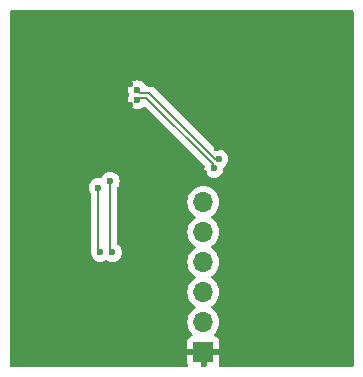
<source format=gbr>
%TF.GenerationSoftware,KiCad,Pcbnew,8.0.4+dfsg-1*%
%TF.CreationDate,2024-12-23T16:35:55+01:00*%
%TF.ProjectId,CMIO-DSI-Adapter,434d494f-2d44-4534-992d-416461707465,rev?*%
%TF.SameCoordinates,Original*%
%TF.FileFunction,Copper,L2,Bot*%
%TF.FilePolarity,Positive*%
%FSLAX46Y46*%
G04 Gerber Fmt 4.6, Leading zero omitted, Abs format (unit mm)*
G04 Created by KiCad (PCBNEW 8.0.4+dfsg-1) date 2024-12-23 16:35:55*
%MOMM*%
%LPD*%
G01*
G04 APERTURE LIST*
%TA.AperFunction,ComponentPad*%
%ADD10O,1.700000X1.700000*%
%TD*%
%TA.AperFunction,ComponentPad*%
%ADD11R,1.700000X1.700000*%
%TD*%
%TA.AperFunction,ViaPad*%
%ADD12C,0.600000*%
%TD*%
%TA.AperFunction,Conductor*%
%ADD13C,0.200000*%
%TD*%
G04 APERTURE END LIST*
D10*
%TO.P,J3,6,Pin_6*%
%TO.N,/SCL*%
X31181809Y-29250000D03*
%TO.P,J3,5,Pin_5*%
%TO.N,/SDA*%
X31181809Y-31790000D03*
%TO.P,J3,4,Pin_4*%
%TO.N,/RESET*%
X31181809Y-34330000D03*
%TO.P,J3,3,Pin_3*%
%TO.N,/LEDA*%
X31181809Y-36870000D03*
%TO.P,J3,2,Pin_2*%
%TO.N,/VCC*%
X31181809Y-39410000D03*
D11*
%TO.P,J3,1,Pin_1*%
%TO.N,/GND*%
X31181809Y-41950000D03*
%TD*%
D12*
%TO.N,/GND*%
X36250000Y-15000000D03*
X38000000Y-15000000D03*
X39750000Y-15000000D03*
X41500000Y-15000000D03*
X41500000Y-36000000D03*
X39750000Y-36000000D03*
X38000000Y-36000000D03*
X36250000Y-37750000D03*
X34750000Y-39500000D03*
X33000000Y-41250000D03*
X22250000Y-39500000D03*
X24000000Y-41250000D03*
X20500000Y-37750000D03*
X18750000Y-36000000D03*
X25000000Y-19250000D03*
X15250000Y-21750000D03*
X15250000Y-27000000D03*
X15250000Y-20250000D03*
X15250000Y-30500000D03*
X15250000Y-16750000D03*
X15250000Y-18500000D03*
X15250000Y-23500000D03*
X15250000Y-36000000D03*
X15250000Y-37750000D03*
X15250000Y-39500000D03*
X15250000Y-41250000D03*
X15250000Y-15000000D03*
X15250000Y-34250000D03*
X15250000Y-25250000D03*
X15250000Y-28750000D03*
X15250000Y-32500000D03*
X43250000Y-23500000D03*
X43250000Y-28750000D03*
X43250000Y-22000000D03*
X43250000Y-32250000D03*
X43250000Y-18500000D03*
X43250000Y-15000000D03*
X43250000Y-20250000D03*
X43250000Y-25250000D03*
X43250000Y-37750000D03*
X43250000Y-39500000D03*
X43250000Y-41250000D03*
X43250000Y-16750000D03*
X43250000Y-36000000D03*
X43250000Y-27000000D03*
X43250000Y-30500000D03*
X43250000Y-34250000D03*
X34750000Y-13250000D03*
X29500000Y-13250000D03*
X36250000Y-13250000D03*
X26000000Y-13250000D03*
X39750000Y-13250000D03*
X43250000Y-13250000D03*
X38000000Y-13250000D03*
X33000000Y-13250000D03*
X20500000Y-13250000D03*
X18750000Y-13250000D03*
X17000000Y-13250000D03*
X15250000Y-13250000D03*
X41500000Y-13250000D03*
X22250000Y-13250000D03*
X31250000Y-13250000D03*
X27750000Y-13250000D03*
X24000000Y-13250000D03*
X41500000Y-43000000D03*
X39750000Y-43000000D03*
X38000000Y-43000000D03*
X36250000Y-43000000D03*
X43250000Y-43000000D03*
X31250000Y-43000000D03*
X29500000Y-43000000D03*
X27750000Y-43000000D03*
X26000000Y-43000000D03*
X33000000Y-43000000D03*
X34750000Y-43000000D03*
X24000000Y-43000000D03*
X22250000Y-43000000D03*
X20500000Y-43000000D03*
X18750000Y-43000000D03*
X17000000Y-43000000D03*
X15250000Y-43000000D03*
X24934358Y-21043762D03*
X26750000Y-19250000D03*
X31250000Y-26750000D03*
X32300000Y-24700000D03*
X33700000Y-24750000D03*
X33000000Y-27500000D03*
%TO.N,/D0P*%
X25600000Y-20600000D03*
X32081288Y-26400521D03*
%TO.N,/D0N*%
X32500000Y-25600000D03*
%TO.N,/CAM_GPIO0*%
X23490904Y-33509095D03*
%TO.N,/CAM_GPIO1*%
X22449997Y-33499999D03*
X22293936Y-28025000D03*
%TO.N,/CAM_GPIO0*%
X23293936Y-27499999D03*
%TO.N,/D0N*%
X25600000Y-19750000D03*
%TD*%
D13*
%TO.N,/CAM_GPIO0*%
X23293936Y-27499999D02*
X23293936Y-33312127D01*
X23293936Y-33312127D02*
X23490904Y-33509095D01*
%TO.N,/D0N*%
X32500000Y-25600000D02*
X32200008Y-25600000D01*
X32200008Y-25600000D02*
X26600007Y-19999999D01*
X25849999Y-19999999D02*
X25600000Y-19750000D01*
X26600007Y-19999999D02*
X25849999Y-19999999D01*
%TO.N,/D0P*%
X25600000Y-20600000D02*
X25799999Y-20400001D01*
X25799999Y-20400001D02*
X26084603Y-20400001D01*
X32081288Y-26117678D02*
X32081288Y-26400521D01*
X26084603Y-20400001D02*
X26084605Y-20399999D01*
X26084605Y-20399999D02*
X26363609Y-20399999D01*
X26363609Y-20399999D02*
X32081288Y-26117678D01*
%TO.N,/CAM_GPIO1*%
X22493936Y-33499999D02*
X22293936Y-33299999D01*
X22293936Y-33299999D02*
X22293936Y-28025000D01*
%TD*%
%TA.AperFunction,Conductor*%
%TO.N,/GND*%
G36*
X43842539Y-13020185D02*
G01*
X43888294Y-13072989D01*
X43899500Y-13124500D01*
X43899500Y-43075500D01*
X43879815Y-43142539D01*
X43827011Y-43188294D01*
X43775500Y-43199500D01*
X32595045Y-43199500D01*
X32528006Y-43179815D01*
X32482251Y-43127011D01*
X32472307Y-43057853D01*
X32478863Y-43032167D01*
X32525405Y-42907379D01*
X32525407Y-42907372D01*
X32531808Y-42847844D01*
X32531809Y-42847827D01*
X32531809Y-42200000D01*
X31614821Y-42200000D01*
X31647734Y-42142993D01*
X31681809Y-42015826D01*
X31681809Y-41884174D01*
X31647734Y-41757007D01*
X31614821Y-41700000D01*
X32531809Y-41700000D01*
X32531809Y-41052172D01*
X32531808Y-41052155D01*
X32525407Y-40992627D01*
X32525405Y-40992620D01*
X32475163Y-40857913D01*
X32475159Y-40857906D01*
X32388999Y-40742812D01*
X32388996Y-40742809D01*
X32273902Y-40656649D01*
X32273897Y-40656646D01*
X32142337Y-40607577D01*
X32086404Y-40565705D01*
X32061987Y-40500241D01*
X32076839Y-40431968D01*
X32097984Y-40403720D01*
X32220304Y-40281401D01*
X32355844Y-40087830D01*
X32455712Y-39873663D01*
X32516872Y-39645408D01*
X32537468Y-39410000D01*
X32516872Y-39174592D01*
X32455712Y-38946337D01*
X32355844Y-38732171D01*
X32220304Y-38538599D01*
X32220303Y-38538597D01*
X32053211Y-38371506D01*
X32053205Y-38371501D01*
X31867651Y-38241575D01*
X31824026Y-38186998D01*
X31816832Y-38117500D01*
X31848355Y-38055145D01*
X31867651Y-38038425D01*
X31889835Y-38022891D01*
X32053210Y-37908495D01*
X32220304Y-37741401D01*
X32355844Y-37547830D01*
X32455712Y-37333663D01*
X32516872Y-37105408D01*
X32537468Y-36870000D01*
X32516872Y-36634592D01*
X32455712Y-36406337D01*
X32355844Y-36192171D01*
X32220304Y-35998599D01*
X32220303Y-35998597D01*
X32053211Y-35831506D01*
X32053205Y-35831501D01*
X31867651Y-35701575D01*
X31824026Y-35646998D01*
X31816832Y-35577500D01*
X31848355Y-35515145D01*
X31867651Y-35498425D01*
X31889835Y-35482891D01*
X32053210Y-35368495D01*
X32220304Y-35201401D01*
X32355844Y-35007830D01*
X32455712Y-34793663D01*
X32516872Y-34565408D01*
X32537468Y-34330000D01*
X32516872Y-34094592D01*
X32455712Y-33866337D01*
X32355844Y-33652171D01*
X32249293Y-33499999D01*
X32220303Y-33458597D01*
X32053211Y-33291506D01*
X32053205Y-33291501D01*
X31867651Y-33161575D01*
X31824026Y-33106998D01*
X31816832Y-33037500D01*
X31848355Y-32975145D01*
X31867651Y-32958425D01*
X31980683Y-32879279D01*
X32053210Y-32828495D01*
X32220304Y-32661401D01*
X32355844Y-32467830D01*
X32455712Y-32253663D01*
X32516872Y-32025408D01*
X32537468Y-31790000D01*
X32516872Y-31554592D01*
X32455712Y-31326337D01*
X32355844Y-31112171D01*
X32220304Y-30918599D01*
X32220303Y-30918597D01*
X32053211Y-30751506D01*
X32053205Y-30751501D01*
X31867651Y-30621575D01*
X31824026Y-30566998D01*
X31816832Y-30497500D01*
X31848355Y-30435145D01*
X31867651Y-30418425D01*
X31889835Y-30402891D01*
X32053210Y-30288495D01*
X32220304Y-30121401D01*
X32355844Y-29927830D01*
X32455712Y-29713663D01*
X32516872Y-29485408D01*
X32537468Y-29250000D01*
X32516872Y-29014592D01*
X32455712Y-28786337D01*
X32355844Y-28572171D01*
X32324400Y-28527263D01*
X32220303Y-28378597D01*
X32053211Y-28211506D01*
X32053204Y-28211501D01*
X32042854Y-28204254D01*
X32014330Y-28184281D01*
X31859643Y-28075967D01*
X31859639Y-28075965D01*
X31859637Y-28075964D01*
X31645472Y-27976097D01*
X31645468Y-27976096D01*
X31645464Y-27976094D01*
X31417222Y-27914938D01*
X31417212Y-27914936D01*
X31181810Y-27894341D01*
X31181808Y-27894341D01*
X30946405Y-27914936D01*
X30946395Y-27914938D01*
X30718153Y-27976094D01*
X30718144Y-27976098D01*
X30503980Y-28075964D01*
X30503978Y-28075965D01*
X30310406Y-28211505D01*
X30143314Y-28378597D01*
X30007774Y-28572169D01*
X30007773Y-28572171D01*
X29907907Y-28786335D01*
X29907903Y-28786344D01*
X29846747Y-29014586D01*
X29846745Y-29014596D01*
X29826150Y-29249999D01*
X29826150Y-29250000D01*
X29846745Y-29485403D01*
X29846747Y-29485413D01*
X29907903Y-29713655D01*
X29907905Y-29713659D01*
X29907906Y-29713663D01*
X30007774Y-29927830D01*
X30007776Y-29927834D01*
X30143310Y-30121395D01*
X30143315Y-30121402D01*
X30310406Y-30288493D01*
X30310412Y-30288498D01*
X30495967Y-30418425D01*
X30539592Y-30473002D01*
X30546786Y-30542500D01*
X30515263Y-30604855D01*
X30495967Y-30621575D01*
X30310406Y-30751505D01*
X30143314Y-30918597D01*
X30007774Y-31112169D01*
X30007773Y-31112171D01*
X29907907Y-31326335D01*
X29907903Y-31326344D01*
X29846747Y-31554586D01*
X29846745Y-31554596D01*
X29826150Y-31789999D01*
X29826150Y-31790000D01*
X29846745Y-32025403D01*
X29846747Y-32025413D01*
X29907903Y-32253655D01*
X29907905Y-32253659D01*
X29907906Y-32253663D01*
X30007774Y-32467830D01*
X30007776Y-32467834D01*
X30143310Y-32661395D01*
X30143315Y-32661402D01*
X30310406Y-32828493D01*
X30310412Y-32828498D01*
X30495967Y-32958425D01*
X30539592Y-33013002D01*
X30546786Y-33082500D01*
X30515263Y-33144855D01*
X30495967Y-33161575D01*
X30310406Y-33291505D01*
X30143314Y-33458597D01*
X30007774Y-33652169D01*
X30007773Y-33652171D01*
X29907907Y-33866335D01*
X29907903Y-33866344D01*
X29846747Y-34094586D01*
X29846745Y-34094596D01*
X29826150Y-34329999D01*
X29826150Y-34330000D01*
X29846745Y-34565403D01*
X29846747Y-34565413D01*
X29907903Y-34793655D01*
X29907905Y-34793659D01*
X29907906Y-34793663D01*
X30007774Y-35007830D01*
X30007776Y-35007834D01*
X30143310Y-35201395D01*
X30143315Y-35201402D01*
X30310406Y-35368493D01*
X30310412Y-35368498D01*
X30495967Y-35498425D01*
X30539592Y-35553002D01*
X30546786Y-35622500D01*
X30515263Y-35684855D01*
X30495967Y-35701575D01*
X30310406Y-35831505D01*
X30143314Y-35998597D01*
X30007774Y-36192169D01*
X30007773Y-36192171D01*
X29907907Y-36406335D01*
X29907903Y-36406344D01*
X29846747Y-36634586D01*
X29846745Y-36634596D01*
X29826150Y-36869999D01*
X29826150Y-36870000D01*
X29846745Y-37105403D01*
X29846747Y-37105413D01*
X29907903Y-37333655D01*
X29907905Y-37333659D01*
X29907906Y-37333663D01*
X30007774Y-37547830D01*
X30007776Y-37547834D01*
X30143310Y-37741395D01*
X30143315Y-37741402D01*
X30310406Y-37908493D01*
X30310412Y-37908498D01*
X30495967Y-38038425D01*
X30539592Y-38093002D01*
X30546786Y-38162500D01*
X30515263Y-38224855D01*
X30495967Y-38241575D01*
X30310406Y-38371505D01*
X30143314Y-38538597D01*
X30007774Y-38732169D01*
X30007773Y-38732171D01*
X29907907Y-38946335D01*
X29907903Y-38946344D01*
X29846747Y-39174586D01*
X29846745Y-39174596D01*
X29826150Y-39409999D01*
X29826150Y-39410000D01*
X29846745Y-39645403D01*
X29846747Y-39645413D01*
X29907903Y-39873655D01*
X29907905Y-39873659D01*
X29907906Y-39873663D01*
X30007774Y-40087830D01*
X30007776Y-40087834D01*
X30116090Y-40242521D01*
X30143310Y-40281396D01*
X30143315Y-40281402D01*
X30265627Y-40403714D01*
X30299112Y-40465037D01*
X30294128Y-40534729D01*
X30252256Y-40590662D01*
X30221280Y-40607577D01*
X30089721Y-40656646D01*
X30089715Y-40656649D01*
X29974621Y-40742809D01*
X29974618Y-40742812D01*
X29888458Y-40857906D01*
X29888454Y-40857913D01*
X29838212Y-40992620D01*
X29838210Y-40992627D01*
X29831809Y-41052155D01*
X29831809Y-41700000D01*
X30748797Y-41700000D01*
X30715884Y-41757007D01*
X30681809Y-41884174D01*
X30681809Y-42015826D01*
X30715884Y-42142993D01*
X30748797Y-42200000D01*
X29831809Y-42200000D01*
X29831809Y-42847844D01*
X29838210Y-42907372D01*
X29838212Y-42907379D01*
X29884755Y-43032167D01*
X29889739Y-43101858D01*
X29856254Y-43163182D01*
X29794931Y-43196666D01*
X29768573Y-43199500D01*
X14924500Y-43199500D01*
X14857461Y-43179815D01*
X14811706Y-43127011D01*
X14800500Y-43075500D01*
X14800500Y-28024996D01*
X21488371Y-28024996D01*
X21488371Y-28025003D01*
X21508566Y-28204249D01*
X21508567Y-28204254D01*
X21568147Y-28374523D01*
X21664121Y-28527263D01*
X21666381Y-28530097D01*
X21667270Y-28532275D01*
X21667825Y-28533158D01*
X21667670Y-28533255D01*
X21692791Y-28594783D01*
X21693436Y-28607412D01*
X21693436Y-33213329D01*
X21693435Y-33213347D01*
X21693435Y-33217350D01*
X21693106Y-33219284D01*
X21692678Y-33227023D01*
X21692677Y-33227032D01*
X21691806Y-33226935D01*
X21686477Y-33258304D01*
X21664629Y-33320741D01*
X21664627Y-33320749D01*
X21644432Y-33499995D01*
X21644432Y-33500002D01*
X21664627Y-33679248D01*
X21664628Y-33679253D01*
X21724208Y-33849522D01*
X21820181Y-34002261D01*
X21947735Y-34129815D01*
X22100475Y-34225788D01*
X22270742Y-34285367D01*
X22270747Y-34285368D01*
X22449993Y-34305564D01*
X22449997Y-34305564D01*
X22450001Y-34305564D01*
X22629246Y-34285368D01*
X22629249Y-34285367D01*
X22629252Y-34285367D01*
X22799519Y-34225788D01*
X22897240Y-34164385D01*
X22964476Y-34145385D01*
X23029183Y-34164384D01*
X23141382Y-34234884D01*
X23285654Y-34285367D01*
X23311649Y-34294463D01*
X23311654Y-34294464D01*
X23490900Y-34314660D01*
X23490904Y-34314660D01*
X23490908Y-34314660D01*
X23670153Y-34294464D01*
X23670156Y-34294463D01*
X23670159Y-34294463D01*
X23840426Y-34234884D01*
X23993166Y-34138911D01*
X24120720Y-34011357D01*
X24216693Y-33858617D01*
X24276272Y-33688350D01*
X24277298Y-33679248D01*
X24296469Y-33509098D01*
X24296469Y-33509091D01*
X24276273Y-33329845D01*
X24276272Y-33329840D01*
X24238167Y-33220942D01*
X24216693Y-33159573D01*
X24120720Y-33006833D01*
X23993166Y-32879279D01*
X23993162Y-32879275D01*
X23952463Y-32853702D01*
X23906172Y-32801367D01*
X23894436Y-32748709D01*
X23894436Y-28082411D01*
X23914121Y-28015372D01*
X23921491Y-28005096D01*
X23923746Y-28002266D01*
X23923752Y-28002261D01*
X24019725Y-27849521D01*
X24079304Y-27679254D01*
X24079305Y-27679248D01*
X24099501Y-27500002D01*
X24099501Y-27499995D01*
X24079305Y-27320749D01*
X24079304Y-27320744D01*
X24071769Y-27299211D01*
X24019725Y-27150477D01*
X23923752Y-26997737D01*
X23796198Y-26870183D01*
X23643459Y-26774210D01*
X23473190Y-26714630D01*
X23473185Y-26714629D01*
X23293940Y-26694434D01*
X23293932Y-26694434D01*
X23114686Y-26714629D01*
X23114681Y-26714630D01*
X22944412Y-26774210D01*
X22791673Y-26870183D01*
X22664120Y-26997736D01*
X22568148Y-27150474D01*
X22568144Y-27150482D01*
X22567187Y-27153218D01*
X22566092Y-27154743D01*
X22565129Y-27156745D01*
X22564778Y-27156576D01*
X22526460Y-27209990D01*
X22461504Y-27235730D01*
X22436267Y-27235471D01*
X22293940Y-27219435D01*
X22293932Y-27219435D01*
X22114686Y-27239630D01*
X22114681Y-27239631D01*
X21944412Y-27299211D01*
X21791673Y-27395184D01*
X21664120Y-27522737D01*
X21568147Y-27675476D01*
X21508567Y-27845745D01*
X21508566Y-27845750D01*
X21488371Y-28024996D01*
X14800500Y-28024996D01*
X14800500Y-19749996D01*
X24794435Y-19749996D01*
X24794435Y-19750003D01*
X24814630Y-19929249D01*
X24814631Y-19929254D01*
X24874212Y-20099525D01*
X24880185Y-20109032D01*
X24899183Y-20176269D01*
X24880185Y-20240968D01*
X24874212Y-20250474D01*
X24814631Y-20420745D01*
X24814630Y-20420750D01*
X24794435Y-20599996D01*
X24794435Y-20600003D01*
X24814630Y-20779249D01*
X24814631Y-20779254D01*
X24874211Y-20949523D01*
X24970184Y-21102262D01*
X25097738Y-21229816D01*
X25250478Y-21325789D01*
X25420745Y-21385368D01*
X25420750Y-21385369D01*
X25599996Y-21405565D01*
X25600000Y-21405565D01*
X25600004Y-21405565D01*
X25779249Y-21385369D01*
X25779252Y-21385368D01*
X25779255Y-21385368D01*
X25949522Y-21325789D01*
X26102262Y-21229816D01*
X26135545Y-21196532D01*
X26196866Y-21163047D01*
X26266558Y-21168031D01*
X26310907Y-21196532D01*
X31257716Y-26143341D01*
X31291201Y-26204664D01*
X31293255Y-26244905D01*
X31275723Y-26400516D01*
X31275723Y-26400524D01*
X31295918Y-26579770D01*
X31295919Y-26579775D01*
X31355499Y-26750044D01*
X31370684Y-26774210D01*
X31451472Y-26902783D01*
X31579026Y-27030337D01*
X31731766Y-27126310D01*
X31902033Y-27185889D01*
X31902038Y-27185890D01*
X32081284Y-27206086D01*
X32081288Y-27206086D01*
X32081292Y-27206086D01*
X32260537Y-27185890D01*
X32260540Y-27185889D01*
X32260543Y-27185889D01*
X32430810Y-27126310D01*
X32583550Y-27030337D01*
X32711104Y-26902783D01*
X32807077Y-26750043D01*
X32866656Y-26579776D01*
X32886853Y-26400521D01*
X32886852Y-26400516D01*
X32885245Y-26386248D01*
X32897299Y-26317426D01*
X32942490Y-26267372D01*
X33002262Y-26229816D01*
X33129816Y-26102262D01*
X33225789Y-25949522D01*
X33285368Y-25779255D01*
X33305565Y-25600000D01*
X33285368Y-25420745D01*
X33225789Y-25250478D01*
X33129816Y-25097738D01*
X33002262Y-24970184D01*
X32849523Y-24874211D01*
X32679254Y-24814631D01*
X32679249Y-24814630D01*
X32500004Y-24794435D01*
X32499996Y-24794435D01*
X32328972Y-24813704D01*
X32260150Y-24801649D01*
X32227408Y-24778165D01*
X27087597Y-19638354D01*
X27087595Y-19638351D01*
X26968724Y-19519480D01*
X26968719Y-19519476D01*
X26840549Y-19445478D01*
X26840548Y-19445477D01*
X26831794Y-19440422D01*
X26770700Y-19424052D01*
X26679064Y-19399498D01*
X26520950Y-19399498D01*
X26513354Y-19399498D01*
X26513338Y-19399499D01*
X26393706Y-19399499D01*
X26326667Y-19379814D01*
X26288712Y-19341471D01*
X26229815Y-19247737D01*
X26102262Y-19120184D01*
X25949523Y-19024211D01*
X25779254Y-18964631D01*
X25779249Y-18964630D01*
X25600004Y-18944435D01*
X25599996Y-18944435D01*
X25420750Y-18964630D01*
X25420745Y-18964631D01*
X25250476Y-19024211D01*
X25097737Y-19120184D01*
X24970184Y-19247737D01*
X24874211Y-19400476D01*
X24814631Y-19570745D01*
X24814630Y-19570750D01*
X24794435Y-19749996D01*
X14800500Y-19749996D01*
X14800500Y-13124500D01*
X14820185Y-13057461D01*
X14872989Y-13011706D01*
X14924500Y-13000500D01*
X43775500Y-13000500D01*
X43842539Y-13020185D01*
G37*
%TD.AperFunction*%
%TD*%
M02*

</source>
